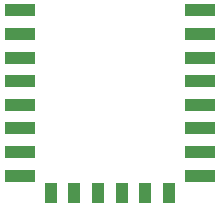
<source format=gbr>
%TF.GenerationSoftware,KiCad,Pcbnew,(6.0.2)*%
%TF.CreationDate,2022-07-31T21:24:07-05:00*%
%TF.ProjectId,WiFiModem,57694669-4d6f-4646-956d-2e6b69636164,rev?*%
%TF.SameCoordinates,Original*%
%TF.FileFunction,Paste,Top*%
%TF.FilePolarity,Positive*%
%FSLAX46Y46*%
G04 Gerber Fmt 4.6, Leading zero omitted, Abs format (unit mm)*
G04 Created by KiCad (PCBNEW (6.0.2)) date 2022-07-31 21:24:07*
%MOMM*%
%LPD*%
G01*
G04 APERTURE LIST*
%ADD10R,2.500000X1.000000*%
%ADD11R,1.000000X1.800000*%
G04 APERTURE END LIST*
D10*
%TO.C,U1*%
X107970000Y-68255000D03*
X107970000Y-70255000D03*
X107970000Y-72255000D03*
X107970000Y-74255000D03*
X107970000Y-76255000D03*
X107970000Y-78255000D03*
X107970000Y-80255000D03*
X107970000Y-82255000D03*
D11*
X110570000Y-83755000D03*
X112570000Y-83755000D03*
X114570000Y-83755000D03*
X116570000Y-83755000D03*
X118570000Y-83755000D03*
X120570000Y-83755000D03*
D10*
X123170000Y-82255000D03*
X123170000Y-80255000D03*
X123170000Y-78255000D03*
X123170000Y-76255000D03*
X123170000Y-74255000D03*
X123170000Y-72255000D03*
X123170000Y-70255000D03*
X123170000Y-68255000D03*
%TD*%
M02*

</source>
